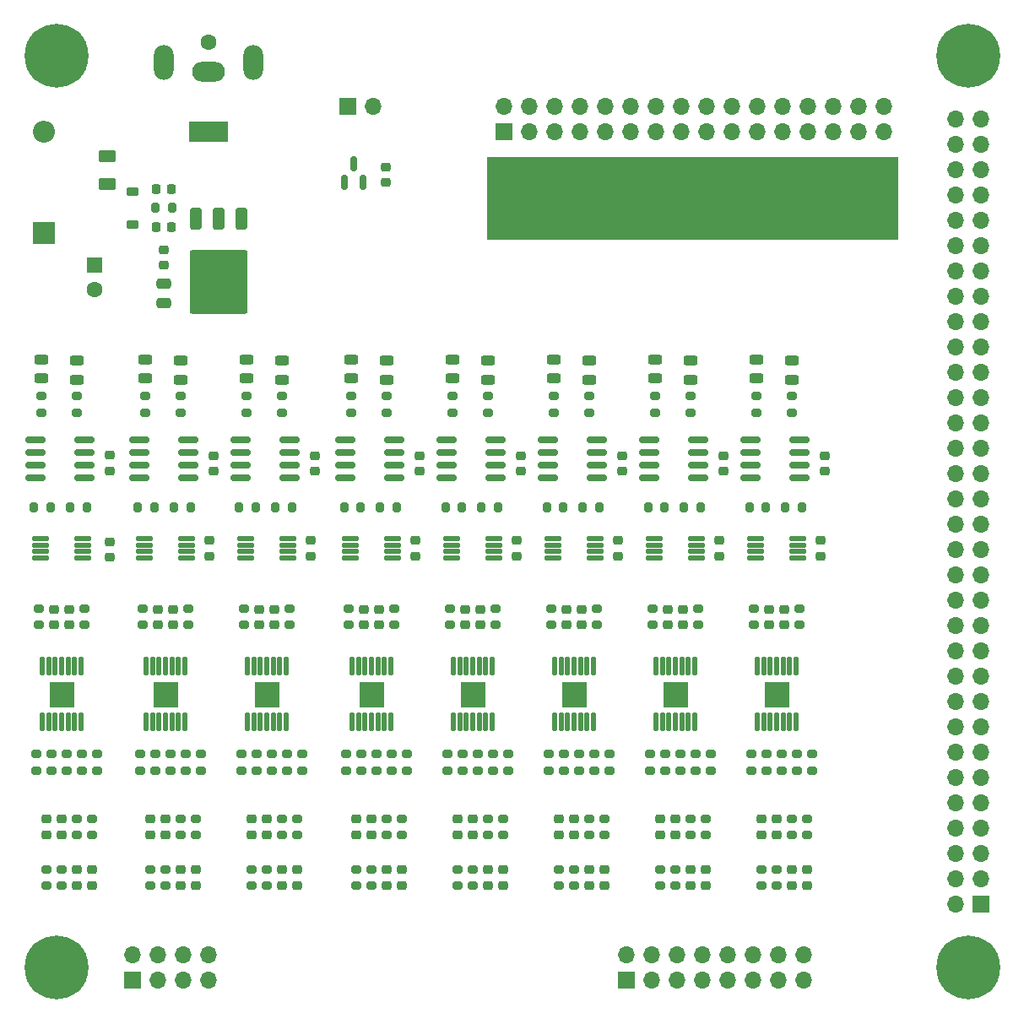
<source format=gbr>
%TF.GenerationSoftware,KiCad,Pcbnew,8.0.7-8.0.7-0~ubuntu22.04.1*%
%TF.CreationDate,2025-01-13T14:39:21-08:00*%
%TF.ProjectId,multichannelheaterdriver_frontend,6d756c74-6963-4686-916e-6e656c686561,rev?*%
%TF.SameCoordinates,Original*%
%TF.FileFunction,Soldermask,Top*%
%TF.FilePolarity,Negative*%
%FSLAX46Y46*%
G04 Gerber Fmt 4.6, Leading zero omitted, Abs format (unit mm)*
G04 Created by KiCad (PCBNEW 8.0.7-8.0.7-0~ubuntu22.04.1) date 2025-01-13 14:39:21*
%MOMM*%
%LPD*%
G01*
G04 APERTURE LIST*
G04 Aperture macros list*
%AMRoundRect*
0 Rectangle with rounded corners*
0 $1 Rounding radius*
0 $2 $3 $4 $5 $6 $7 $8 $9 X,Y pos of 4 corners*
0 Add a 4 corners polygon primitive as box body*
4,1,4,$2,$3,$4,$5,$6,$7,$8,$9,$2,$3,0*
0 Add four circle primitives for the rounded corners*
1,1,$1+$1,$2,$3*
1,1,$1+$1,$4,$5*
1,1,$1+$1,$6,$7*
1,1,$1+$1,$8,$9*
0 Add four rect primitives between the rounded corners*
20,1,$1+$1,$2,$3,$4,$5,0*
20,1,$1+$1,$4,$5,$6,$7,0*
20,1,$1+$1,$6,$7,$8,$9,0*
20,1,$1+$1,$8,$9,$2,$3,0*%
G04 Aperture macros list end*
%ADD10C,0.010000*%
%ADD11RoundRect,0.200000X0.275000X-0.200000X0.275000X0.200000X-0.275000X0.200000X-0.275000X-0.200000X0*%
%ADD12RoundRect,0.225000X-0.250000X0.225000X-0.250000X-0.225000X0.250000X-0.225000X0.250000X0.225000X0*%
%ADD13RoundRect,0.125000X-0.687500X-0.125000X0.687500X-0.125000X0.687500X0.125000X-0.687500X0.125000X0*%
%ADD14RoundRect,0.200000X-0.275000X0.200000X-0.275000X-0.200000X0.275000X-0.200000X0.275000X0.200000X0*%
%ADD15RoundRect,0.200000X-0.200000X-0.275000X0.200000X-0.275000X0.200000X0.275000X-0.200000X0.275000X0*%
%ADD16RoundRect,0.225000X0.250000X-0.225000X0.250000X0.225000X-0.250000X0.225000X-0.250000X-0.225000X0*%
%ADD17R,1.700000X1.700000*%
%ADD18O,1.700000X1.700000*%
%ADD19RoundRect,0.243750X-0.456250X0.243750X-0.456250X-0.243750X0.456250X-0.243750X0.456250X0.243750X0*%
%ADD20RoundRect,0.150000X-0.825000X-0.150000X0.825000X-0.150000X0.825000X0.150000X-0.825000X0.150000X0*%
%ADD21RoundRect,0.102000X0.150000X-0.800000X0.150000X0.800000X-0.150000X0.800000X-0.150000X-0.800000X0*%
%ADD22C,0.644000*%
%ADD23R,2.200000X2.200000*%
%ADD24O,2.200000X2.200000*%
%ADD25R,1.600000X1.600000*%
%ADD26C,1.600000*%
%ADD27R,4.000000X2.000000*%
%ADD28O,3.300000X2.000000*%
%ADD29O,2.000000X3.500000*%
%ADD30RoundRect,0.225000X-0.225000X-0.250000X0.225000X-0.250000X0.225000X0.250000X-0.225000X0.250000X0*%
%ADD31RoundRect,0.150000X0.150000X-0.587500X0.150000X0.587500X-0.150000X0.587500X-0.150000X-0.587500X0*%
%ADD32RoundRect,0.250000X0.475000X-0.250000X0.475000X0.250000X-0.475000X0.250000X-0.475000X-0.250000X0*%
%ADD33RoundRect,0.250000X-0.625000X0.375000X-0.625000X-0.375000X0.625000X-0.375000X0.625000X0.375000X0*%
%ADD34RoundRect,0.225000X-0.375000X0.225000X-0.375000X-0.225000X0.375000X-0.225000X0.375000X0.225000X0*%
%ADD35C,6.400000*%
%ADD36RoundRect,0.250000X-0.350000X0.850000X-0.350000X-0.850000X0.350000X-0.850000X0.350000X0.850000X0*%
%ADD37RoundRect,0.249997X-2.650003X2.950003X-2.650003X-2.950003X2.650003X-2.950003X2.650003X2.950003X0*%
G04 APERTURE END LIST*
G36*
X48260000Y-15240000D02*
G01*
X89535000Y-15240000D01*
X89535000Y-23495000D01*
X48260000Y-23495000D01*
X48260000Y-15240000D01*
G37*
D10*
%TO.C,U9*%
X27341000Y-70300000D02*
X25031000Y-70300000D01*
X25031000Y-67840000D01*
X27341000Y-67840000D01*
X27341000Y-70300000D01*
G36*
X27341000Y-70300000D02*
G01*
X25031000Y-70300000D01*
X25031000Y-67840000D01*
X27341000Y-67840000D01*
X27341000Y-70300000D01*
G37*
%TO.C,U21*%
X68332000Y-70300000D02*
X66022000Y-70300000D01*
X66022000Y-67840000D01*
X68332000Y-67840000D01*
X68332000Y-70300000D01*
G36*
X68332000Y-70300000D02*
G01*
X66022000Y-70300000D01*
X66022000Y-67840000D01*
X68332000Y-67840000D01*
X68332000Y-70300000D01*
G37*
%TO.C,U15*%
X48012000Y-70300000D02*
X45702000Y-70300000D01*
X45702000Y-67840000D01*
X48012000Y-67840000D01*
X48012000Y-70300000D01*
G36*
X48012000Y-70300000D02*
G01*
X45702000Y-70300000D01*
X45702000Y-67840000D01*
X48012000Y-67840000D01*
X48012000Y-70300000D01*
G37*
%TO.C,U18*%
X58172000Y-70300000D02*
X55862000Y-70300000D01*
X55862000Y-67840000D01*
X58172000Y-67840000D01*
X58172000Y-70300000D01*
G36*
X58172000Y-70300000D02*
G01*
X55862000Y-70300000D01*
X55862000Y-67840000D01*
X58172000Y-67840000D01*
X58172000Y-70300000D01*
G37*
%TO.C,U12*%
X37852000Y-70300000D02*
X35542000Y-70300000D01*
X35542000Y-67840000D01*
X37852000Y-67840000D01*
X37852000Y-70300000D01*
G36*
X37852000Y-70300000D02*
G01*
X35542000Y-70300000D01*
X35542000Y-67840000D01*
X37852000Y-67840000D01*
X37852000Y-70300000D01*
G37*
%TO.C,U24*%
X78492000Y-70300000D02*
X76182000Y-70300000D01*
X76182000Y-67840000D01*
X78492000Y-67840000D01*
X78492000Y-70300000D01*
G36*
X78492000Y-70300000D02*
G01*
X76182000Y-70300000D01*
X76182000Y-67840000D01*
X78492000Y-67840000D01*
X78492000Y-70300000D01*
G37*
%TO.C,U3*%
X6767000Y-70300000D02*
X4457000Y-70300000D01*
X4457000Y-67840000D01*
X6767000Y-67840000D01*
X6767000Y-70300000D01*
G36*
X6767000Y-70300000D02*
G01*
X4457000Y-70300000D01*
X4457000Y-67840000D01*
X6767000Y-67840000D01*
X6767000Y-70300000D01*
G37*
%TO.C,U6*%
X17181000Y-70300000D02*
X14871000Y-70300000D01*
X14871000Y-67840000D01*
X17181000Y-67840000D01*
X17181000Y-70300000D01*
G36*
X17181000Y-70300000D02*
G01*
X14871000Y-70300000D01*
X14871000Y-67840000D01*
X17181000Y-67840000D01*
X17181000Y-70300000D01*
G37*
%TD*%
D11*
%TO.C,R39*%
X25146000Y-76765000D03*
X25146000Y-75115000D03*
%TD*%
D12*
%TO.C,C57*%
X68677000Y-86698000D03*
X68677000Y-88248000D03*
%TD*%
D11*
%TO.C,R54*%
X35657000Y-76765000D03*
X35657000Y-75115000D03*
%TD*%
D13*
%TO.C,U8*%
X24049500Y-53478000D03*
X24049500Y-54128000D03*
X24049500Y-54778000D03*
X24049500Y-55428000D03*
X28274500Y-55428000D03*
X28274500Y-54778000D03*
X28274500Y-54128000D03*
X28274500Y-53478000D03*
%TD*%
D11*
%TO.C,R102*%
X67661000Y-76765000D03*
X67661000Y-75115000D03*
%TD*%
D14*
%TO.C,R56*%
X39721000Y-81568000D03*
X39721000Y-83218000D03*
%TD*%
D11*
%TO.C,R117*%
X77821000Y-76765000D03*
X77821000Y-75115000D03*
%TD*%
D15*
%TO.C,R89*%
X57883000Y-50389000D03*
X59533000Y-50389000D03*
%TD*%
D16*
%TO.C,C10*%
X4826000Y-62110000D03*
X4826000Y-60560000D03*
%TD*%
D11*
%TO.C,R113*%
X74773000Y-76765000D03*
X74773000Y-75115000D03*
%TD*%
%TO.C,R20*%
X19558000Y-76765000D03*
X19558000Y-75115000D03*
%TD*%
D17*
%TO.C,J1*%
X97790000Y-90170000D03*
D18*
X95250000Y-90170000D03*
X97790000Y-87630000D03*
X95250000Y-87630000D03*
X97790000Y-85090000D03*
X95250000Y-85090000D03*
X97790000Y-82550000D03*
X95250000Y-82550000D03*
X97790000Y-80010000D03*
X95250000Y-80010000D03*
X97790000Y-77470000D03*
X95250000Y-77470000D03*
X97790000Y-74930000D03*
X95250000Y-74930000D03*
X97790000Y-72390000D03*
X95250000Y-72390000D03*
X97790000Y-69850000D03*
X95250000Y-69850000D03*
X97790000Y-67310000D03*
X95250000Y-67310000D03*
X97790000Y-64770000D03*
X95250000Y-64770000D03*
X97790000Y-62230000D03*
X95250000Y-62230000D03*
X97790000Y-59690000D03*
X95250000Y-59690000D03*
X97790000Y-57150000D03*
X95250000Y-57150000D03*
X97790000Y-54610000D03*
X95250000Y-54610000D03*
X97790000Y-52070000D03*
X95250000Y-52070000D03*
X97790000Y-49530000D03*
X95250000Y-49530000D03*
X97790000Y-46990000D03*
X95250000Y-46990000D03*
X97790000Y-44450000D03*
X95250000Y-44450000D03*
X97790000Y-41910000D03*
X95250000Y-41910000D03*
X97790000Y-39370000D03*
X95250000Y-39370000D03*
X97790000Y-36830000D03*
X95250000Y-36830000D03*
X97790000Y-34290000D03*
X95250000Y-34290000D03*
X97790000Y-31750000D03*
X95250000Y-31750000D03*
X97790000Y-29210000D03*
X95250000Y-29210000D03*
X97790000Y-26670000D03*
X95250000Y-26670000D03*
X97790000Y-24130000D03*
X95250000Y-24130000D03*
X97790000Y-21590000D03*
X95250000Y-21590000D03*
X97790000Y-19050000D03*
X95250000Y-19050000D03*
X97790000Y-16510000D03*
X95250000Y-16510000D03*
X97790000Y-13970000D03*
X95250000Y-13970000D03*
X97790000Y-11430000D03*
X95250000Y-11430000D03*
%TD*%
D12*
%TO.C,C59*%
X71598000Y-53678000D03*
X71598000Y-55228000D03*
%TD*%
D13*
%TO.C,U20*%
X65040500Y-53478000D03*
X65040500Y-54128000D03*
X65040500Y-54778000D03*
X65040500Y-55428000D03*
X69265500Y-55428000D03*
X69265500Y-54778000D03*
X69265500Y-54128000D03*
X69265500Y-53478000D03*
%TD*%
D11*
%TO.C,R91*%
X58517000Y-40863000D03*
X58517000Y-39213000D03*
%TD*%
D12*
%TO.C,C53*%
X60041000Y-86698000D03*
X60041000Y-88248000D03*
%TD*%
D16*
%TO.C,C47*%
X55469000Y-83168000D03*
X55469000Y-81618000D03*
%TD*%
D11*
%TO.C,R106*%
X68677000Y-40863000D03*
X68677000Y-39213000D03*
%TD*%
D14*
%TO.C,R41*%
X29210000Y-81568000D03*
X29210000Y-83218000D03*
%TD*%
D11*
%TO.C,R84*%
X55977000Y-76765000D03*
X55977000Y-75115000D03*
%TD*%
D12*
%TO.C,C21*%
X19050000Y-86698000D03*
X19050000Y-88248000D03*
%TD*%
D19*
%TO.C,D4*%
X3556000Y-35560000D03*
X3556000Y-37435000D03*
%TD*%
D12*
%TO.C,C17*%
X17526000Y-86698000D03*
X17526000Y-88248000D03*
%TD*%
D11*
%TO.C,R72*%
X47341000Y-76765000D03*
X47341000Y-75115000D03*
%TD*%
%TO.C,R80*%
X60549000Y-76765000D03*
X60549000Y-75115000D03*
%TD*%
%TO.C,R76*%
X48357000Y-40863000D03*
X48357000Y-39213000D03*
%TD*%
%TO.C,R17*%
X14478000Y-88298000D03*
X14478000Y-86648000D03*
%TD*%
%TO.C,R42*%
X26670000Y-76765000D03*
X26670000Y-75115000D03*
%TD*%
D20*
%TO.C,U19*%
X54377000Y-43555000D03*
X54377000Y-44825000D03*
X54377000Y-46095000D03*
X54377000Y-47365000D03*
X59327000Y-47365000D03*
X59327000Y-46095000D03*
X59327000Y-44825000D03*
X59327000Y-43555000D03*
%TD*%
D16*
%TO.C,C15*%
X14478000Y-83168000D03*
X14478000Y-81618000D03*
%TD*%
D14*
%TO.C,R6*%
X7620000Y-75115000D03*
X7620000Y-76765000D03*
%TD*%
%TO.C,R94*%
X68677000Y-81568000D03*
X68677000Y-83218000D03*
%TD*%
D12*
%TO.C,C70*%
X82187000Y-45180000D03*
X82187000Y-46730000D03*
%TD*%
D11*
%TO.C,R53*%
X34133000Y-76765000D03*
X34133000Y-75115000D03*
%TD*%
D15*
%TO.C,R13*%
X2859000Y-50389000D03*
X4509000Y-50389000D03*
%TD*%
D12*
%TO.C,C29*%
X29210000Y-86698000D03*
X29210000Y-88248000D03*
%TD*%
D11*
%TO.C,R47*%
X35149000Y-88298000D03*
X35149000Y-86648000D03*
%TD*%
D21*
%TO.C,U9*%
X24236000Y-71870000D03*
X24886000Y-71870000D03*
X25536000Y-71870000D03*
X26186000Y-71870000D03*
X26836000Y-71870000D03*
X27486000Y-71870000D03*
X28136000Y-71870000D03*
X28136000Y-66270000D03*
X27486000Y-66270000D03*
X26836000Y-66270000D03*
X26186000Y-66270000D03*
X25536000Y-66270000D03*
X24886000Y-66270000D03*
X24236000Y-66270000D03*
D22*
X26186000Y-69820000D03*
X26186000Y-68320000D03*
%TD*%
D11*
%TO.C,R98*%
X64613000Y-76765000D03*
X64613000Y-75115000D03*
%TD*%
%TO.C,R38*%
X23622000Y-76765000D03*
X23622000Y-75115000D03*
%TD*%
%TO.C,R23*%
X13462000Y-76765000D03*
X13462000Y-75115000D03*
%TD*%
D23*
%TO.C,D1*%
X3810000Y-22860000D03*
D24*
X3810000Y-12700000D03*
%TD*%
D20*
%TO.C,U16*%
X44217000Y-43555000D03*
X44217000Y-44825000D03*
X44217000Y-46095000D03*
X44217000Y-47365000D03*
X49167000Y-47365000D03*
X49167000Y-46095000D03*
X49167000Y-44825000D03*
X49167000Y-43555000D03*
%TD*%
D15*
%TO.C,R73*%
X44104000Y-50389000D03*
X45754000Y-50389000D03*
%TD*%
D20*
%TO.C,U10*%
X23546000Y-43555000D03*
X23546000Y-44825000D03*
X23546000Y-46095000D03*
X23546000Y-47365000D03*
X28496000Y-47365000D03*
X28496000Y-46095000D03*
X28496000Y-44825000D03*
X28496000Y-43555000D03*
%TD*%
D12*
%TO.C,C69*%
X80361000Y-86698000D03*
X80361000Y-88248000D03*
%TD*%
D16*
%TO.C,C58*%
X66391000Y-62110000D03*
X66391000Y-60560000D03*
%TD*%
D12*
%TO.C,C13*%
X8636000Y-86698000D03*
X8636000Y-88248000D03*
%TD*%
D16*
%TO.C,C24*%
X26162000Y-83168000D03*
X26162000Y-81618000D03*
%TD*%
D12*
%TO.C,C37*%
X39721000Y-86698000D03*
X39721000Y-88248000D03*
%TD*%
D15*
%TO.C,R103*%
X64424000Y-50389000D03*
X66074000Y-50389000D03*
%TD*%
D12*
%TO.C,C46*%
X51707000Y-45180000D03*
X51707000Y-46730000D03*
%TD*%
D25*
%TO.C,C3*%
X8890000Y-26035000D03*
D26*
X8890000Y-28535000D03*
%TD*%
D14*
%TO.C,R25*%
X18288000Y-60510000D03*
X18288000Y-62160000D03*
%TD*%
D11*
%TO.C,R69*%
X45817000Y-76765000D03*
X45817000Y-75115000D03*
%TD*%
D16*
%TO.C,C42*%
X46071000Y-62110000D03*
X46071000Y-60560000D03*
%TD*%
D12*
%TO.C,C61*%
X70201000Y-86698000D03*
X70201000Y-88248000D03*
%TD*%
D16*
%TO.C,C52*%
X57755000Y-62110000D03*
X57755000Y-60560000D03*
%TD*%
D12*
%TO.C,C49*%
X58517000Y-86698000D03*
X58517000Y-88248000D03*
%TD*%
D14*
%TO.C,R115*%
X79599000Y-60510000D03*
X79599000Y-62160000D03*
%TD*%
%TO.C,R37*%
X23876000Y-60510000D03*
X23876000Y-62160000D03*
%TD*%
%TO.C,R116*%
X80361000Y-81568000D03*
X80361000Y-83218000D03*
%TD*%
D17*
%TO.C,J11*%
X12700000Y-97790000D03*
D18*
X12700000Y-95250000D03*
X15240000Y-97790000D03*
X15240000Y-95250000D03*
X17780000Y-97790000D03*
X17780000Y-95250000D03*
X20320000Y-97790000D03*
X20320000Y-95250000D03*
%TD*%
D11*
%TO.C,R45*%
X24130000Y-40863000D03*
X24130000Y-39213000D03*
%TD*%
D12*
%TO.C,C51*%
X61438000Y-53678000D03*
X61438000Y-55228000D03*
%TD*%
D26*
%TO.C,J12*%
X20320000Y-3700000D03*
D27*
X20320000Y-12700000D03*
D28*
X20320000Y-6700000D03*
D29*
X24820000Y-5700000D03*
X15820000Y-5700000D03*
%TD*%
D15*
%TO.C,R14*%
X6478000Y-50389000D03*
X8128000Y-50389000D03*
%TD*%
D14*
%TO.C,R82*%
X54707000Y-60510000D03*
X54707000Y-62160000D03*
%TD*%
%TO.C,R101*%
X70201000Y-81568000D03*
X70201000Y-83218000D03*
%TD*%
%TO.C,R55*%
X38959000Y-60510000D03*
X38959000Y-62160000D03*
%TD*%
%TO.C,R10*%
X7874000Y-60510000D03*
X7874000Y-62160000D03*
%TD*%
D15*
%TO.C,R43*%
X23433000Y-50389000D03*
X25083000Y-50389000D03*
%TD*%
D14*
%TO.C,R71*%
X49881000Y-81568000D03*
X49881000Y-83218000D03*
%TD*%
D11*
%TO.C,R68*%
X44293000Y-76765000D03*
X44293000Y-75115000D03*
%TD*%
D16*
%TO.C,C32*%
X36673000Y-83168000D03*
X36673000Y-81618000D03*
%TD*%
D11*
%TO.C,R30*%
X13970000Y-40863000D03*
X13970000Y-39213000D03*
%TD*%
D30*
%TO.C,C1*%
X15100000Y-18415000D03*
X16650000Y-18415000D03*
%TD*%
D16*
%TO.C,C39*%
X45309000Y-83168000D03*
X45309000Y-81618000D03*
%TD*%
D31*
%TO.C,U1*%
X33975000Y-17780000D03*
X35875000Y-17780000D03*
X34925000Y-15905000D03*
%TD*%
D32*
%TO.C,C4*%
X15875000Y-29840000D03*
X15875000Y-27940000D03*
%TD*%
D14*
%TO.C,R112*%
X75027000Y-60510000D03*
X75027000Y-62160000D03*
%TD*%
D11*
%TO.C,R5*%
X9144000Y-76765000D03*
X9144000Y-75115000D03*
%TD*%
D19*
%TO.C,D11*%
X38197000Y-35657000D03*
X38197000Y-37532000D03*
%TD*%
D11*
%TO.C,R99*%
X66137000Y-76765000D03*
X66137000Y-75115000D03*
%TD*%
D15*
%TO.C,R104*%
X68043000Y-50389000D03*
X69693000Y-50389000D03*
%TD*%
D14*
%TO.C,R64*%
X48357000Y-81568000D03*
X48357000Y-83218000D03*
%TD*%
%TO.C,R34*%
X27686000Y-81568000D03*
X27686000Y-83218000D03*
%TD*%
D15*
%TO.C,R119*%
X78203000Y-50389000D03*
X79853000Y-50389000D03*
%TD*%
D19*
%TO.C,D5*%
X7112000Y-35657000D03*
X7112000Y-37532000D03*
%TD*%
D20*
%TO.C,U22*%
X64537000Y-43555000D03*
X64537000Y-44825000D03*
X64537000Y-46095000D03*
X64537000Y-47365000D03*
X69487000Y-47365000D03*
X69487000Y-46095000D03*
X69487000Y-44825000D03*
X69487000Y-43555000D03*
%TD*%
D15*
%TO.C,R74*%
X47723000Y-50389000D03*
X49373000Y-50389000D03*
%TD*%
D14*
%TO.C,R109*%
X78837000Y-81568000D03*
X78837000Y-83218000D03*
%TD*%
D11*
%TO.C,R46*%
X27686000Y-40863000D03*
X27686000Y-39213000D03*
%TD*%
%TO.C,R9*%
X4572000Y-76765000D03*
X4572000Y-75115000D03*
%TD*%
D16*
%TO.C,C28*%
X26924000Y-62110000D03*
X26924000Y-60560000D03*
%TD*%
D20*
%TO.C,U4*%
X2972000Y-43555000D03*
X2972000Y-44825000D03*
X2972000Y-46095000D03*
X2972000Y-47365000D03*
X7922000Y-47365000D03*
X7922000Y-46095000D03*
X7922000Y-44825000D03*
X7922000Y-43555000D03*
%TD*%
D11*
%TO.C,R12*%
X6096000Y-76765000D03*
X6096000Y-75115000D03*
%TD*%
D14*
%TO.C,R70*%
X49119000Y-60510000D03*
X49119000Y-62160000D03*
%TD*%
D11*
%TO.C,R107*%
X75789000Y-88298000D03*
X75789000Y-86648000D03*
%TD*%
D33*
%TO.C,F1*%
X10160000Y-15110000D03*
X10160000Y-17910000D03*
%TD*%
D11*
%TO.C,R120*%
X75281000Y-40863000D03*
X75281000Y-39213000D03*
%TD*%
D14*
%TO.C,R21*%
X18034000Y-75115000D03*
X18034000Y-76765000D03*
%TD*%
D21*
%TO.C,U21*%
X65227000Y-71870000D03*
X65877000Y-71870000D03*
X66527000Y-71870000D03*
X67177000Y-71870000D03*
X67827000Y-71870000D03*
X68477000Y-71870000D03*
X69127000Y-71870000D03*
X69127000Y-66270000D03*
X68477000Y-66270000D03*
X67827000Y-66270000D03*
X67177000Y-66270000D03*
X66527000Y-66270000D03*
X65877000Y-66270000D03*
X65227000Y-66270000D03*
D22*
X67177000Y-69820000D03*
X67177000Y-68320000D03*
%TD*%
D11*
%TO.C,R90*%
X54961000Y-40863000D03*
X54961000Y-39213000D03*
%TD*%
D16*
%TO.C,C56*%
X67153000Y-83168000D03*
X67153000Y-81618000D03*
%TD*%
D13*
%TO.C,U2*%
X3475500Y-53478000D03*
X3475500Y-54128000D03*
X3475500Y-54778000D03*
X3475500Y-55428000D03*
X7700500Y-55428000D03*
X7700500Y-54778000D03*
X7700500Y-54128000D03*
X7700500Y-53478000D03*
%TD*%
D16*
%TO.C,C12*%
X6350000Y-62110000D03*
X6350000Y-60560000D03*
%TD*%
D14*
%TO.C,R11*%
X8636000Y-81568000D03*
X8636000Y-83218000D03*
%TD*%
D16*
%TO.C,C23*%
X24638000Y-83168000D03*
X24638000Y-81618000D03*
%TD*%
D20*
%TO.C,U7*%
X13386000Y-43555000D03*
X13386000Y-44825000D03*
X13386000Y-46095000D03*
X13386000Y-47365000D03*
X18336000Y-47365000D03*
X18336000Y-46095000D03*
X18336000Y-44825000D03*
X18336000Y-43555000D03*
%TD*%
D16*
%TO.C,C34*%
X35911000Y-62110000D03*
X35911000Y-60560000D03*
%TD*%
D11*
%TO.C,R57*%
X37181000Y-76765000D03*
X37181000Y-75115000D03*
%TD*%
D12*
%TO.C,C38*%
X41547000Y-45180000D03*
X41547000Y-46730000D03*
%TD*%
D14*
%TO.C,R40*%
X28448000Y-60510000D03*
X28448000Y-62160000D03*
%TD*%
%TO.C,R86*%
X60041000Y-81568000D03*
X60041000Y-83218000D03*
%TD*%
D11*
%TO.C,R65*%
X50389000Y-76765000D03*
X50389000Y-75115000D03*
%TD*%
D12*
%TO.C,C45*%
X49881000Y-86698000D03*
X49881000Y-88248000D03*
%TD*%
D34*
%TO.C,D2*%
X12700000Y-18670000D03*
X12700000Y-21970000D03*
%TD*%
D16*
%TO.C,C6*%
X38100000Y-17780000D03*
X38100000Y-16230000D03*
%TD*%
D12*
%TO.C,C43*%
X51278000Y-53678000D03*
X51278000Y-55228000D03*
%TD*%
D11*
%TO.C,R87*%
X57501000Y-76765000D03*
X57501000Y-75115000D03*
%TD*%
D12*
%TO.C,C9*%
X7112000Y-86698000D03*
X7112000Y-88248000D03*
%TD*%
D11*
%TO.C,R93*%
X67153000Y-88298000D03*
X67153000Y-86648000D03*
%TD*%
D12*
%TO.C,C62*%
X72027000Y-45180000D03*
X72027000Y-46730000D03*
%TD*%
D15*
%TO.C,R1*%
X15050000Y-20320000D03*
X16700000Y-20320000D03*
%TD*%
D12*
%TO.C,C41*%
X48357000Y-86698000D03*
X48357000Y-88248000D03*
%TD*%
D14*
%TO.C,R96*%
X69185000Y-75115000D03*
X69185000Y-76765000D03*
%TD*%
D16*
%TO.C,C63*%
X75789000Y-83168000D03*
X75789000Y-81618000D03*
%TD*%
D19*
%TO.C,D12*%
X44801000Y-35560000D03*
X44801000Y-37435000D03*
%TD*%
D16*
%TO.C,C18*%
X15240000Y-62110000D03*
X15240000Y-60560000D03*
%TD*%
D19*
%TO.C,D13*%
X48357000Y-35657000D03*
X48357000Y-37532000D03*
%TD*%
D11*
%TO.C,R110*%
X80869000Y-76765000D03*
X80869000Y-75115000D03*
%TD*%
D19*
%TO.C,D18*%
X75281000Y-35560000D03*
X75281000Y-37435000D03*
%TD*%
D13*
%TO.C,U17*%
X54880500Y-53478000D03*
X54880500Y-54128000D03*
X54880500Y-54778000D03*
X54880500Y-55428000D03*
X59105500Y-55428000D03*
X59105500Y-54778000D03*
X59105500Y-54128000D03*
X59105500Y-53478000D03*
%TD*%
D14*
%TO.C,R100*%
X69439000Y-60510000D03*
X69439000Y-62160000D03*
%TD*%
%TO.C,R52*%
X34387000Y-60510000D03*
X34387000Y-62160000D03*
%TD*%
%TO.C,R26*%
X19050000Y-81568000D03*
X19050000Y-83218000D03*
%TD*%
D16*
%TO.C,C44*%
X47595000Y-62110000D03*
X47595000Y-60560000D03*
%TD*%
D11*
%TO.C,R77*%
X55469000Y-88298000D03*
X55469000Y-86648000D03*
%TD*%
D16*
%TO.C,C7*%
X4064000Y-83168000D03*
X4064000Y-81618000D03*
%TD*%
D11*
%TO.C,R31*%
X17526000Y-40863000D03*
X17526000Y-39213000D03*
%TD*%
D12*
%TO.C,C33*%
X38197000Y-86698000D03*
X38197000Y-88248000D03*
%TD*%
D17*
%TO.C,J2*%
X62230000Y-97790000D03*
D18*
X62230000Y-95250000D03*
X64770000Y-97790000D03*
X64770000Y-95250000D03*
X67310000Y-97790000D03*
X67310000Y-95250000D03*
X69850000Y-97790000D03*
X69850000Y-95250000D03*
X72390000Y-97790000D03*
X72390000Y-95250000D03*
X74930000Y-97790000D03*
X74930000Y-95250000D03*
X77470000Y-97790000D03*
X77470000Y-95250000D03*
X80010000Y-97790000D03*
X80010000Y-95250000D03*
%TD*%
D14*
%TO.C,R67*%
X44547000Y-60510000D03*
X44547000Y-62160000D03*
%TD*%
D15*
%TO.C,R28*%
X13273000Y-50389000D03*
X14923000Y-50389000D03*
%TD*%
D11*
%TO.C,R8*%
X3048000Y-76765000D03*
X3048000Y-75115000D03*
%TD*%
%TO.C,R32*%
X24638000Y-88298000D03*
X24638000Y-86648000D03*
%TD*%
D21*
%TO.C,U15*%
X44907000Y-71870000D03*
X45557000Y-71870000D03*
X46207000Y-71870000D03*
X46857000Y-71870000D03*
X47507000Y-71870000D03*
X48157000Y-71870000D03*
X48807000Y-71870000D03*
X48807000Y-66270000D03*
X48157000Y-66270000D03*
X47507000Y-66270000D03*
X46857000Y-66270000D03*
X46207000Y-66270000D03*
X45557000Y-66270000D03*
X44907000Y-66270000D03*
D22*
X46857000Y-69820000D03*
X46857000Y-68320000D03*
%TD*%
D14*
%TO.C,R49*%
X38197000Y-81568000D03*
X38197000Y-83218000D03*
%TD*%
D11*
%TO.C,R92*%
X65629000Y-88298000D03*
X65629000Y-86648000D03*
%TD*%
D20*
%TO.C,U13*%
X34057000Y-43555000D03*
X34057000Y-44825000D03*
X34057000Y-46095000D03*
X34057000Y-47365000D03*
X39007000Y-47365000D03*
X39007000Y-46095000D03*
X39007000Y-44825000D03*
X39007000Y-43555000D03*
%TD*%
D11*
%TO.C,R60*%
X34641000Y-40863000D03*
X34641000Y-39213000D03*
%TD*%
D16*
%TO.C,C64*%
X77313000Y-83168000D03*
X77313000Y-81618000D03*
%TD*%
D35*
%TO.C,H1*%
X5080000Y-5080000D03*
%TD*%
D11*
%TO.C,R2*%
X4064000Y-88298000D03*
X4064000Y-86648000D03*
%TD*%
%TO.C,R16*%
X7112000Y-40863000D03*
X7112000Y-39213000D03*
%TD*%
%TO.C,R24*%
X14986000Y-76765000D03*
X14986000Y-75115000D03*
%TD*%
D12*
%TO.C,C22*%
X20876000Y-45180000D03*
X20876000Y-46730000D03*
%TD*%
D19*
%TO.C,D6*%
X13970000Y-35560000D03*
X13970000Y-37435000D03*
%TD*%
D11*
%TO.C,R27*%
X16510000Y-76765000D03*
X16510000Y-75115000D03*
%TD*%
%TO.C,R3*%
X5588000Y-88298000D03*
X5588000Y-86648000D03*
%TD*%
D13*
%TO.C,U23*%
X75200500Y-53478000D03*
X75200500Y-54128000D03*
X75200500Y-54778000D03*
X75200500Y-55428000D03*
X79425500Y-55428000D03*
X79425500Y-54778000D03*
X79425500Y-54128000D03*
X79425500Y-53478000D03*
%TD*%
D15*
%TO.C,R88*%
X54264000Y-50389000D03*
X55914000Y-50389000D03*
%TD*%
D21*
%TO.C,U18*%
X55067000Y-71870000D03*
X55717000Y-71870000D03*
X56367000Y-71870000D03*
X57017000Y-71870000D03*
X57667000Y-71870000D03*
X58317000Y-71870000D03*
X58967000Y-71870000D03*
X58967000Y-66270000D03*
X58317000Y-66270000D03*
X57667000Y-66270000D03*
X57017000Y-66270000D03*
X56367000Y-66270000D03*
X55717000Y-66270000D03*
X55067000Y-66270000D03*
D22*
X57017000Y-69820000D03*
X57017000Y-68320000D03*
%TD*%
D14*
%TO.C,R51*%
X38705000Y-75115000D03*
X38705000Y-76765000D03*
%TD*%
D15*
%TO.C,R58*%
X33944000Y-50389000D03*
X35594000Y-50389000D03*
%TD*%
%TO.C,R59*%
X37563000Y-50389000D03*
X39213000Y-50389000D03*
%TD*%
D19*
%TO.C,D14*%
X54961000Y-35560000D03*
X54961000Y-37435000D03*
%TD*%
D12*
%TO.C,C11*%
X10400000Y-53825000D03*
X10400000Y-55375000D03*
%TD*%
D15*
%TO.C,R44*%
X27052000Y-50389000D03*
X28702000Y-50389000D03*
%TD*%
D16*
%TO.C,C66*%
X76551000Y-62110000D03*
X76551000Y-60560000D03*
%TD*%
D14*
%TO.C,R97*%
X64867000Y-60510000D03*
X64867000Y-62160000D03*
%TD*%
D11*
%TO.C,R50*%
X40229000Y-76765000D03*
X40229000Y-75115000D03*
%TD*%
D35*
%TO.C,H2*%
X5080000Y-96520000D03*
%TD*%
D11*
%TO.C,R15*%
X3556000Y-40863000D03*
X3556000Y-39213000D03*
%TD*%
%TO.C,R108*%
X77313000Y-88298000D03*
X77313000Y-86648000D03*
%TD*%
D19*
%TO.C,D15*%
X58517000Y-35657000D03*
X58517000Y-37532000D03*
%TD*%
D11*
%TO.C,R95*%
X70709000Y-76765000D03*
X70709000Y-75115000D03*
%TD*%
D19*
%TO.C,D7*%
X17526000Y-35657000D03*
X17526000Y-37532000D03*
%TD*%
D36*
%TO.C,D20*%
X23610000Y-21410000D03*
X21330000Y-21410000D03*
D37*
X21330000Y-27710000D03*
D36*
X19050000Y-21410000D03*
%TD*%
D11*
%TO.C,R62*%
X45309000Y-88298000D03*
X45309000Y-86648000D03*
%TD*%
D12*
%TO.C,C19*%
X20447000Y-53678000D03*
X20447000Y-55228000D03*
%TD*%
D17*
%TO.C,J13*%
X34285000Y-10160000D03*
D18*
X36825000Y-10160000D03*
%TD*%
D11*
%TO.C,R35*%
X29718000Y-76765000D03*
X29718000Y-75115000D03*
%TD*%
%TO.C,R61*%
X38197000Y-40863000D03*
X38197000Y-39213000D03*
%TD*%
D16*
%TO.C,C55*%
X65629000Y-83168000D03*
X65629000Y-81618000D03*
%TD*%
D19*
%TO.C,D10*%
X34641000Y-35560000D03*
X34641000Y-37435000D03*
%TD*%
D12*
%TO.C,C25*%
X27686000Y-86698000D03*
X27686000Y-88248000D03*
%TD*%
D14*
%TO.C,R81*%
X59025000Y-75115000D03*
X59025000Y-76765000D03*
%TD*%
D16*
%TO.C,C20*%
X16764000Y-62110000D03*
X16764000Y-60560000D03*
%TD*%
%TO.C,C60*%
X67915000Y-62110000D03*
X67915000Y-60560000D03*
%TD*%
D12*
%TO.C,C14*%
X10462000Y-45125000D03*
X10462000Y-46675000D03*
%TD*%
%TO.C,C5*%
X15875000Y-24485000D03*
X15875000Y-26035000D03*
%TD*%
D17*
%TO.C,J10*%
X50000000Y-12700000D03*
D18*
X50000000Y-10160000D03*
X52540000Y-12700000D03*
X52540000Y-10160000D03*
X55080000Y-12700000D03*
X55080000Y-10160000D03*
X57620000Y-12700000D03*
X57620000Y-10160000D03*
X60160000Y-12700000D03*
X60160000Y-10160000D03*
X62700000Y-12700000D03*
X62700000Y-10160000D03*
X65240000Y-12700000D03*
X65240000Y-10160000D03*
X67780000Y-12700000D03*
X67780000Y-10160000D03*
X70320000Y-12700000D03*
X70320000Y-10160000D03*
X72860000Y-12700000D03*
X72860000Y-10160000D03*
X75400000Y-12700000D03*
X75400000Y-10160000D03*
X77940000Y-12700000D03*
X77940000Y-10160000D03*
X80480000Y-12700000D03*
X80480000Y-10160000D03*
X83020000Y-12700000D03*
X83020000Y-10160000D03*
X85560000Y-12700000D03*
X85560000Y-10160000D03*
X88100000Y-12700000D03*
X88100000Y-10160000D03*
%TD*%
D14*
%TO.C,R85*%
X59279000Y-60510000D03*
X59279000Y-62160000D03*
%TD*%
D11*
%TO.C,R18*%
X16002000Y-88298000D03*
X16002000Y-86648000D03*
%TD*%
%TO.C,R83*%
X54453000Y-76765000D03*
X54453000Y-75115000D03*
%TD*%
D20*
%TO.C,U25*%
X74697000Y-43555000D03*
X74697000Y-44825000D03*
X74697000Y-46095000D03*
X74697000Y-47365000D03*
X79647000Y-47365000D03*
X79647000Y-46095000D03*
X79647000Y-44825000D03*
X79647000Y-43555000D03*
%TD*%
D12*
%TO.C,C67*%
X81758000Y-53678000D03*
X81758000Y-55228000D03*
%TD*%
D16*
%TO.C,C36*%
X37435000Y-62110000D03*
X37435000Y-60560000D03*
%TD*%
D35*
%TO.C,H4*%
X96520000Y-96520000D03*
%TD*%
D14*
%TO.C,R66*%
X48865000Y-75115000D03*
X48865000Y-76765000D03*
%TD*%
%TO.C,R7*%
X3302000Y-60510000D03*
X3302000Y-62160000D03*
%TD*%
D11*
%TO.C,R33*%
X26162000Y-88298000D03*
X26162000Y-86648000D03*
%TD*%
%TO.C,R114*%
X76297000Y-76765000D03*
X76297000Y-75115000D03*
%TD*%
D15*
%TO.C,R118*%
X74584000Y-50389000D03*
X76234000Y-50389000D03*
%TD*%
D16*
%TO.C,C40*%
X46833000Y-83168000D03*
X46833000Y-81618000D03*
%TD*%
D11*
%TO.C,R78*%
X56993000Y-88298000D03*
X56993000Y-86648000D03*
%TD*%
D30*
%TO.C,C2*%
X15100000Y-22225000D03*
X16650000Y-22225000D03*
%TD*%
D13*
%TO.C,U11*%
X34560500Y-53478000D03*
X34560500Y-54128000D03*
X34560500Y-54778000D03*
X34560500Y-55428000D03*
X38785500Y-55428000D03*
X38785500Y-54778000D03*
X38785500Y-54128000D03*
X38785500Y-53478000D03*
%TD*%
D14*
%TO.C,R19*%
X17526000Y-81568000D03*
X17526000Y-83218000D03*
%TD*%
D12*
%TO.C,C27*%
X30607000Y-53678000D03*
X30607000Y-55228000D03*
%TD*%
D14*
%TO.C,R36*%
X28194000Y-75115000D03*
X28194000Y-76765000D03*
%TD*%
D11*
%TO.C,R63*%
X46833000Y-88298000D03*
X46833000Y-86648000D03*
%TD*%
D14*
%TO.C,R79*%
X58517000Y-81568000D03*
X58517000Y-83218000D03*
%TD*%
D19*
%TO.C,D17*%
X68677000Y-35657000D03*
X68677000Y-37532000D03*
%TD*%
D21*
%TO.C,U12*%
X34747000Y-71870000D03*
X35397000Y-71870000D03*
X36047000Y-71870000D03*
X36697000Y-71870000D03*
X37347000Y-71870000D03*
X37997000Y-71870000D03*
X38647000Y-71870000D03*
X38647000Y-66270000D03*
X37997000Y-66270000D03*
X37347000Y-66270000D03*
X36697000Y-66270000D03*
X36047000Y-66270000D03*
X35397000Y-66270000D03*
X34747000Y-66270000D03*
D22*
X36697000Y-69820000D03*
X36697000Y-68320000D03*
%TD*%
D16*
%TO.C,C68*%
X78075000Y-62110000D03*
X78075000Y-60560000D03*
%TD*%
D19*
%TO.C,D19*%
X78837000Y-35657000D03*
X78837000Y-37532000D03*
%TD*%
D15*
%TO.C,R29*%
X16892000Y-50389000D03*
X18542000Y-50389000D03*
%TD*%
D12*
%TO.C,C65*%
X78837000Y-86698000D03*
X78837000Y-88248000D03*
%TD*%
D19*
%TO.C,D8*%
X24130000Y-35560000D03*
X24130000Y-37435000D03*
%TD*%
D11*
%TO.C,R48*%
X36673000Y-88298000D03*
X36673000Y-86648000D03*
%TD*%
D16*
%TO.C,C26*%
X25400000Y-62110000D03*
X25400000Y-60560000D03*
%TD*%
D11*
%TO.C,R75*%
X44801000Y-40863000D03*
X44801000Y-39213000D03*
%TD*%
D12*
%TO.C,C30*%
X31036000Y-45180000D03*
X31036000Y-46730000D03*
%TD*%
D13*
%TO.C,U14*%
X44720500Y-53478000D03*
X44720500Y-54128000D03*
X44720500Y-54778000D03*
X44720500Y-55428000D03*
X48945500Y-55428000D03*
X48945500Y-54778000D03*
X48945500Y-54128000D03*
X48945500Y-53478000D03*
%TD*%
D14*
%TO.C,R22*%
X13716000Y-60510000D03*
X13716000Y-62160000D03*
%TD*%
D11*
%TO.C,R105*%
X65121000Y-40863000D03*
X65121000Y-39213000D03*
%TD*%
D16*
%TO.C,C16*%
X16002000Y-83168000D03*
X16002000Y-81618000D03*
%TD*%
%TO.C,C50*%
X56231000Y-62110000D03*
X56231000Y-60560000D03*
%TD*%
%TO.C,C48*%
X56993000Y-83168000D03*
X56993000Y-81618000D03*
%TD*%
D11*
%TO.C,R121*%
X78837000Y-40863000D03*
X78837000Y-39213000D03*
%TD*%
D12*
%TO.C,C54*%
X61867000Y-45180000D03*
X61867000Y-46730000D03*
%TD*%
D13*
%TO.C,U5*%
X13889500Y-53478000D03*
X13889500Y-54128000D03*
X13889500Y-54778000D03*
X13889500Y-55428000D03*
X18114500Y-55428000D03*
X18114500Y-54778000D03*
X18114500Y-54128000D03*
X18114500Y-53478000D03*
%TD*%
D21*
%TO.C,U24*%
X75387000Y-71870000D03*
X76037000Y-71870000D03*
X76687000Y-71870000D03*
X77337000Y-71870000D03*
X77987000Y-71870000D03*
X78637000Y-71870000D03*
X79287000Y-71870000D03*
X79287000Y-66270000D03*
X78637000Y-66270000D03*
X77987000Y-66270000D03*
X77337000Y-66270000D03*
X76687000Y-66270000D03*
X76037000Y-66270000D03*
X75387000Y-66270000D03*
D22*
X77337000Y-69820000D03*
X77337000Y-68320000D03*
%TD*%
D21*
%TO.C,U3*%
X3662000Y-71870000D03*
X4312000Y-71870000D03*
X4962000Y-71870000D03*
X5612000Y-71870000D03*
X6262000Y-71870000D03*
X6912000Y-71870000D03*
X7562000Y-71870000D03*
X7562000Y-66270000D03*
X6912000Y-66270000D03*
X6262000Y-66270000D03*
X5612000Y-66270000D03*
X4962000Y-66270000D03*
X4312000Y-66270000D03*
X3662000Y-66270000D03*
D22*
X5612000Y-69820000D03*
X5612000Y-68320000D03*
%TD*%
D16*
%TO.C,C31*%
X35149000Y-83168000D03*
X35149000Y-81618000D03*
%TD*%
%TO.C,C8*%
X5588000Y-83168000D03*
X5588000Y-81618000D03*
%TD*%
D21*
%TO.C,U6*%
X14076000Y-71870000D03*
X14726000Y-71870000D03*
X15376000Y-71870000D03*
X16026000Y-71870000D03*
X16676000Y-71870000D03*
X17326000Y-71870000D03*
X17976000Y-71870000D03*
X17976000Y-66270000D03*
X17326000Y-66270000D03*
X16676000Y-66270000D03*
X16026000Y-66270000D03*
X15376000Y-66270000D03*
X14726000Y-66270000D03*
X14076000Y-66270000D03*
D22*
X16026000Y-69820000D03*
X16026000Y-68320000D03*
%TD*%
D19*
%TO.C,D16*%
X65121000Y-35560000D03*
X65121000Y-37435000D03*
%TD*%
%TO.C,D9*%
X27686000Y-35657000D03*
X27686000Y-37532000D03*
%TD*%
D14*
%TO.C,R4*%
X7112000Y-81568000D03*
X7112000Y-83218000D03*
%TD*%
D35*
%TO.C,H3*%
X96520000Y-5080000D03*
%TD*%
D14*
%TO.C,R111*%
X79345000Y-75115000D03*
X79345000Y-76765000D03*
%TD*%
D12*
%TO.C,C35*%
X41118000Y-53678000D03*
X41118000Y-55228000D03*
%TD*%
M02*

</source>
